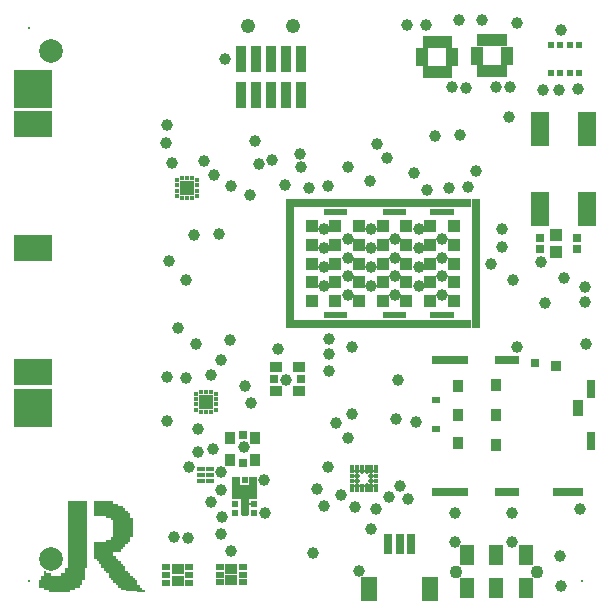
<source format=gbr>
%TF.GenerationSoftware,Altium Limited,Altium Designer,20.1.11 (218)*%
G04 Layer_Color=8388736*
%FSLAX45Y45*%
%MOMM*%
%TF.SameCoordinates,C7425212-4277-447C-8971-9BA6FDDE4791*%
%TF.FilePolarity,Negative*%
%TF.FileFunction,Soldermask,Top*%
%TF.Part,Single*%
G01*
G75*
%TA.AperFunction,SMDPad,CuDef*%
%ADD50C,2.00000*%
%ADD101R,0.75320X0.80320*%
%TA.AperFunction,WasherPad*%
%ADD104C,0.10040*%
%ADD105C,0.20320*%
%TA.AperFunction,ComponentPad*%
%ADD106C,1.10320*%
%ADD107C,1.22320*%
%TA.AperFunction,ViaPad*%
%ADD108C,1.00320*%
%ADD109C,0.50320*%
%ADD110C,0.50400*%
%ADD111C,0.70320*%
%TA.AperFunction,NonConductor*%
%ADD144R,0.65004X1.88803*%
%ADD145R,0.47503X0.23002*%
%ADD146R,0.73005X2.58003*%
%ADD147R,0.64999X1.88803*%
%ADD148R,1.20000X1.23800*%
%TA.AperFunction,BGAPad,CuDef*%
%ADD149R,0.55320X0.55320*%
%ADD150R,1.00320X1.00320*%
%TA.AperFunction,SMDPad,CuDef*%
%ADD151R,0.50320X0.74320*%
%ADD152R,0.74320X0.74320*%
%ADD153R,0.74320X0.50320*%
%TA.AperFunction,BGAPad,CuDef*%
%ADD154R,0.50320X0.50320*%
%TA.AperFunction,SMDPad,CuDef*%
%ADD155R,3.10320X0.65320*%
%ADD156R,2.10320X0.65320*%
%ADD157R,2.60320X0.65320*%
%ADD158R,0.85320X1.40320*%
%ADD159R,0.70320X1.60320*%
%ADD160R,0.90320X0.95320*%
%ADD161R,0.80320X0.80320*%
%ADD162R,0.80320X0.50320*%
%ADD163R,0.90320X1.10320*%
%TA.AperFunction,BGAPad,CuDef*%
%ADD164C,0.41320*%
%TA.AperFunction,SMDPad,CuDef*%
%ADD165R,1.40320X2.00320*%
%ADD166R,0.80320X1.75320*%
%ADD167R,0.78320X0.70320*%
%ADD168R,1.00320X0.95320*%
%TA.AperFunction,ConnectorPad*%
%ADD169R,1.20320X1.80320*%
%TA.AperFunction,SMDPad,CuDef*%
%ADD170R,1.60320X2.95320*%
%ADD171R,1.59320X2.95320*%
%ADD172R,1.00320X1.00320*%
%ADD173R,1.00320X0.50320*%
%ADD174R,0.50320X1.12820*%
%ADD175R,0.72820X0.45320*%
%ADD176R,0.70320X0.78320*%
%ADD177R,0.95320X1.00320*%
%ADD178R,1.20320X1.20320*%
%ADD179R,0.45320X0.43320*%
%ADD180R,0.43320X0.45320*%
%ADD181R,3.20320X3.20320*%
%ADD182R,3.20320X2.20320*%
%TA.AperFunction,BGAPad,CuDef*%
%ADD183R,0.60320X0.60320*%
%TA.AperFunction,SMDPad,CuDef*%
%ADD184R,0.75320X0.62320*%
%ADD185R,1.12320X0.91320*%
%TA.AperFunction,ConnectorPad*%
%ADD186R,0.96320X2.23320*%
G36*
X652560Y817360D02*
Y797040D01*
Y776720D01*
Y756400D01*
Y736080D01*
Y715760D01*
Y695440D01*
Y675120D01*
Y654800D01*
Y634480D01*
Y614160D01*
Y593840D01*
Y573520D01*
Y553200D01*
Y532880D01*
Y512560D01*
Y492240D01*
Y471920D01*
Y451600D01*
Y431280D01*
Y410960D01*
Y390640D01*
Y370320D01*
Y350000D01*
Y329680D01*
Y309360D01*
Y289040D01*
Y268720D01*
X632240D01*
Y248400D01*
Y228080D01*
Y207760D01*
Y187440D01*
Y167120D01*
X611920D01*
Y146800D01*
Y126480D01*
X591600D01*
Y106160D01*
X550960D01*
Y85840D01*
X510320D01*
Y65520D01*
X327440D01*
Y85840D01*
X286800D01*
Y106160D01*
X246160D01*
Y126480D01*
Y146800D01*
Y167120D01*
X266480D01*
Y187440D01*
Y207760D01*
X286800D01*
Y228080D01*
Y248400D01*
X307120D01*
Y228080D01*
X347760D01*
Y207760D01*
X429040D01*
Y228080D01*
X469680D01*
Y248400D01*
Y268720D01*
X490000D01*
Y289040D01*
Y309360D01*
Y329680D01*
Y350000D01*
Y370320D01*
Y390640D01*
Y410960D01*
Y431280D01*
Y451600D01*
Y471920D01*
Y492240D01*
Y512560D01*
Y532880D01*
Y553200D01*
Y573520D01*
Y593840D01*
Y614160D01*
Y634480D01*
Y654800D01*
Y675120D01*
Y695440D01*
Y715760D01*
Y736080D01*
Y756400D01*
Y776720D01*
Y797040D01*
Y817360D01*
Y837680D01*
X652560D01*
Y817360D01*
D02*
G37*
G36*
X876080D02*
X916720D01*
Y797040D01*
X957360D01*
Y776720D01*
X977680D01*
Y756400D01*
X998000D01*
Y736080D01*
X1018320D01*
Y715760D01*
Y695440D01*
X1038640D01*
Y675120D01*
Y654800D01*
Y634480D01*
Y614160D01*
Y593840D01*
Y573520D01*
Y553200D01*
Y532880D01*
X1018320D01*
Y512560D01*
Y492240D01*
X998000D01*
Y471920D01*
X977680D01*
Y451600D01*
X957360D01*
Y431280D01*
X937040D01*
Y410960D01*
X876080D01*
Y390640D01*
Y370320D01*
X896400D01*
Y350000D01*
X916720D01*
Y329680D01*
X937040D01*
Y309360D01*
X957360D01*
Y289040D01*
X977680D01*
Y268720D01*
Y248400D01*
X998000D01*
Y228080D01*
X1018320D01*
Y207760D01*
X1038640D01*
Y187440D01*
X1058960D01*
Y167120D01*
X1079280D01*
Y146800D01*
Y126480D01*
X1099600D01*
Y106160D01*
X1119920D01*
Y85840D01*
X1140240D01*
Y65520D01*
X1119920D01*
X937040Y85840D01*
Y106160D01*
X916720D01*
Y126480D01*
X896400D01*
Y146800D01*
X876080D01*
Y167120D01*
X855760D01*
Y187440D01*
X835440D01*
Y207760D01*
Y228080D01*
X815120D01*
Y248400D01*
X794800D01*
Y268720D01*
X774480D01*
Y289040D01*
Y309360D01*
X754160D01*
Y329680D01*
X733840D01*
Y350000D01*
X713520D01*
Y370320D01*
Y390640D01*
Y410960D01*
Y431280D01*
Y451600D01*
Y471920D01*
Y492240D01*
X815120D01*
Y512560D01*
X855760D01*
Y532880D01*
X876080D01*
Y553200D01*
Y573520D01*
Y593840D01*
Y614160D01*
Y634480D01*
Y654800D01*
Y675120D01*
X855760D01*
Y695440D01*
X815120D01*
Y715760D01*
X713520D01*
Y736080D01*
Y756400D01*
Y776720D01*
Y797040D01*
Y817360D01*
Y837680D01*
X876080D01*
Y817360D01*
D02*
G37*
D50*
X350000Y350000D02*
D03*
Y4650000D02*
D03*
D101*
X4800003Y2970000D02*
D03*
Y3070000D02*
D03*
X4490000Y2969999D02*
D03*
Y3069999D02*
D03*
D104*
X4840000Y4840000D02*
D03*
D105*
X160000Y160000D02*
D03*
Y4840000D02*
D03*
X4840000Y160000D02*
D03*
D106*
X3780000Y240002D02*
D03*
X4459999D02*
D03*
D107*
X2020000Y4860000D02*
D03*
X2401000D02*
D03*
D108*
X2800000Y890000D02*
D03*
X3100000Y770000D02*
D03*
X2690000Y1130000D02*
D03*
X2860000Y1370000D02*
D03*
X2160000Y740000D02*
D03*
X1699782Y830217D02*
D03*
X2155796Y1015796D02*
D03*
X1800000Y700000D02*
D03*
X2660006Y2980006D02*
D03*
X3950000Y3629600D02*
D03*
X4260000Y2710000D02*
D03*
X2530000Y3488800D02*
D03*
X4169992Y3141369D02*
D03*
X3880000Y3499600D02*
D03*
X2660006Y2820006D02*
D03*
X3050000Y3550000D02*
D03*
X3110394Y3860393D02*
D03*
X4169992Y2990000D02*
D03*
X2860000Y3670000D02*
D03*
X3720000Y3490000D02*
D03*
X4290000Y4890000D02*
D03*
X3420000Y3620000D02*
D03*
X3190000Y3740400D02*
D03*
X3530000Y3470000D02*
D03*
X2464600Y3665000D02*
D03*
X4230000Y4090000D02*
D03*
X3600001Y3929998D02*
D03*
X3810000Y3940031D02*
D03*
X2330000Y3515000D02*
D03*
X2690220Y3509780D02*
D03*
X2219996Y3729993D02*
D03*
X4070000Y2848740D02*
D03*
X2075000Y3885000D02*
D03*
X4290000Y2140000D02*
D03*
X4830000Y770000D02*
D03*
X4869600Y2520000D02*
D03*
X4689937Y2730000D02*
D03*
X3440400Y1505220D02*
D03*
X4869600Y2649998D02*
D03*
X4530000Y2514969D02*
D03*
X2920000Y790000D02*
D03*
X3210400Y870000D02*
D03*
X4670000Y4830000D02*
D03*
X1791091Y1081863D02*
D03*
X2460000Y3780000D02*
D03*
X2959994Y250000D02*
D03*
X2760000Y1500000D02*
D03*
X2600000Y939998D02*
D03*
X2660000Y800000D02*
D03*
X3060000Y600000D02*
D03*
X1990400Y1810000D02*
D03*
X2040400Y1670400D02*
D03*
X1870000Y3510000D02*
D03*
X1640000Y3719200D02*
D03*
X3660007Y3060007D02*
D03*
Y2900006D02*
D03*
Y2740006D02*
D03*
Y2580006D02*
D03*
X3460007Y3140007D02*
D03*
Y2980006D02*
D03*
Y2820006D02*
D03*
Y2660006D02*
D03*
X3260007Y3060007D02*
D03*
Y2900006D02*
D03*
Y2740006D02*
D03*
Y2580006D02*
D03*
X3060007Y3140007D02*
D03*
Y2980006D02*
D03*
Y2820006D02*
D03*
Y2660006D02*
D03*
X2860006Y3060007D02*
D03*
Y2900006D02*
D03*
Y2740006D02*
D03*
Y2580006D02*
D03*
X2660006Y3140007D02*
D03*
Y2660006D02*
D03*
X2340006Y1860005D02*
D03*
X1980005Y1300005D02*
D03*
X1790000Y930000D02*
D03*
X4810000Y4330000D02*
D03*
X3360000Y4870000D02*
D03*
X4000000Y4910000D02*
D03*
X3800439Y4909600D02*
D03*
X4495800Y2860000D02*
D03*
X4510000Y4320000D02*
D03*
X4234200Y4345769D02*
D03*
X4880000Y2170000D02*
D03*
X3290000Y1860000D02*
D03*
X2570000Y400000D02*
D03*
X4250000Y740000D02*
D03*
X2900000Y2140000D02*
D03*
X2270000Y2130000D02*
D03*
X3770000Y490000D02*
D03*
X4670000Y120000D02*
D03*
X3300000Y970000D02*
D03*
X3370000Y860000D02*
D03*
X1520267Y1130330D02*
D03*
X1389780Y530220D02*
D03*
X1330000Y1520000D02*
D03*
Y1890000D02*
D03*
X1820000Y4580000D02*
D03*
X4114780Y4345220D02*
D03*
X3741978Y4347583D02*
D03*
X3860000Y4340000D02*
D03*
X3270000Y1530000D02*
D03*
X2900000Y1580000D02*
D03*
X3770000Y740000D02*
D03*
X4660000Y370000D02*
D03*
X2700000Y2080000D02*
D03*
Y1940000D02*
D03*
Y2210000D02*
D03*
X4250000Y490000D02*
D03*
X4650000Y4320000D02*
D03*
X3524268Y4869600D02*
D03*
X1720000Y1280000D02*
D03*
X1770000Y3100000D02*
D03*
X1559600Y3089600D02*
D03*
X2110001Y3690000D02*
D03*
X2030000Y3430000D02*
D03*
X1705000Y1905000D02*
D03*
X1730000Y3600000D02*
D03*
X1330000Y4020000D02*
D03*
X1589606Y1450000D02*
D03*
X1860400Y2200000D02*
D03*
X1790000Y2029600D02*
D03*
X1420399Y2300000D02*
D03*
X1349600Y2870000D02*
D03*
X1870000Y420000D02*
D03*
X1790000Y560000D02*
D03*
X1510000Y530000D02*
D03*
X1590000Y1250000D02*
D03*
X1580000Y2170000D02*
D03*
X1370000Y3700000D02*
D03*
X1320000Y3870000D02*
D03*
X1490400Y2710000D02*
D03*
X1490000Y1880000D02*
D03*
D109*
X2940003Y1090002D02*
D03*
Y1010002D02*
D03*
X2940000Y1050000D02*
D03*
X2980000Y1090000D02*
D03*
X3060002Y1090002D02*
D03*
X3060000Y1010000D02*
D03*
X3020000Y970000D02*
D03*
X3060000D02*
D03*
Y1050000D02*
D03*
X3020000Y1090000D02*
D03*
D110*
X2940000Y970000D02*
D03*
D111*
X1660006Y1679993D02*
D03*
X1500000Y3490000D02*
D03*
D144*
X1918495Y945430D02*
D03*
D145*
X2041253Y810035D02*
D03*
D146*
X1987553Y845819D02*
D03*
D147*
X2056493Y945428D02*
D03*
D148*
X1987507Y912989D02*
D03*
D149*
X1910000Y740800D02*
D03*
Y810000D02*
D03*
Y948399D02*
D03*
Y879200D02*
D03*
Y1015796D02*
D03*
X2064996D02*
D03*
Y879200D02*
D03*
Y948399D02*
D03*
Y810000D02*
D03*
Y740800D02*
D03*
X1987500Y1015796D02*
D03*
Y740800D02*
D03*
D150*
X3757003Y2529996D02*
D03*
Y2689996D02*
D03*
Y3010000D02*
D03*
Y2850001D02*
D03*
Y3170000D02*
D03*
X3557003D02*
D03*
Y2850001D02*
D03*
Y3010000D02*
D03*
Y2689996D02*
D03*
Y2529996D02*
D03*
X3357003D02*
D03*
Y2689996D02*
D03*
Y3010000D02*
D03*
Y2850001D02*
D03*
Y3170000D02*
D03*
X2957004Y2529996D02*
D03*
Y2689996D02*
D03*
Y3010000D02*
D03*
Y2850001D02*
D03*
Y3170000D02*
D03*
X3157004Y2529996D02*
D03*
Y2689996D02*
D03*
Y3010000D02*
D03*
Y2850001D02*
D03*
Y3170000D02*
D03*
X2757005Y2529996D02*
D03*
Y2689996D02*
D03*
Y3010000D02*
D03*
Y2850001D02*
D03*
Y3170000D02*
D03*
X2557000Y2689996D02*
D03*
Y3010000D02*
D03*
Y2850001D02*
D03*
Y3170000D02*
D03*
Y2529996D02*
D03*
D151*
X3882001Y2337998D02*
D03*
X3832004D02*
D03*
X3782001D02*
D03*
X3732004D02*
D03*
X3682002D02*
D03*
X3632004D02*
D03*
X3582002D02*
D03*
X3532004D02*
D03*
X3482002D02*
D03*
X3432005D02*
D03*
X3382002D02*
D03*
X3332005D02*
D03*
X3282002D02*
D03*
X3232005D02*
D03*
X3182003D02*
D03*
X3132000D02*
D03*
X3082003D02*
D03*
X3032000D02*
D03*
X2982003D02*
D03*
X2932000D02*
D03*
X2882003D02*
D03*
X2832001D02*
D03*
X2782003D02*
D03*
X2732001D02*
D03*
X2682004D02*
D03*
X2632001D02*
D03*
X2582004D02*
D03*
X2532001D02*
D03*
X2482004D02*
D03*
X2432001D02*
D03*
X2482004Y3361999D02*
D03*
X2532006D02*
D03*
X2582004D02*
D03*
X2632006D02*
D03*
X2682004D02*
D03*
X2732006D02*
D03*
X2782003D02*
D03*
X2832006D02*
D03*
X2882003D02*
D03*
X2932006D02*
D03*
X2982003D02*
D03*
X3032005D02*
D03*
X3082003D02*
D03*
X3132005D02*
D03*
X3182003D02*
D03*
X3232005D02*
D03*
X3282007D02*
D03*
X3332005D02*
D03*
X3382007D02*
D03*
X3432005D02*
D03*
X3482007D02*
D03*
X3532004D02*
D03*
X3582007D02*
D03*
X3632004D02*
D03*
X3682007D02*
D03*
X3732004D02*
D03*
X3782006D02*
D03*
X3832004D02*
D03*
X3882006D02*
D03*
X2432007D02*
D03*
D152*
X3944003Y2337998D02*
D03*
X2370000D02*
D03*
X3944003Y3361999D02*
D03*
X2370000D02*
D03*
D153*
Y2399999D02*
D03*
Y2449996D02*
D03*
Y2499999D02*
D03*
Y2549996D02*
D03*
Y2599999D02*
D03*
Y2649996D02*
D03*
Y2699998D02*
D03*
Y2749996D02*
D03*
Y2799998D02*
D03*
Y2850001D02*
D03*
Y2899998D02*
D03*
Y3000003D02*
D03*
Y3050000D02*
D03*
Y3100003D02*
D03*
Y3150000D02*
D03*
Y3200002D02*
D03*
Y3250000D02*
D03*
Y3300002D02*
D03*
X3944003Y3249995D02*
D03*
Y3199997D02*
D03*
Y3149995D02*
D03*
Y3099998D02*
D03*
Y3049995D02*
D03*
Y2999998D02*
D03*
Y2949995D02*
D03*
Y2899998D02*
D03*
Y2849996D02*
D03*
Y2799998D02*
D03*
Y2749996D02*
D03*
Y2699993D02*
D03*
Y2649996D02*
D03*
Y2599994D02*
D03*
Y2549996D02*
D03*
Y2499994D02*
D03*
Y2449996D02*
D03*
Y2399994D02*
D03*
X2370000Y2950000D02*
D03*
X3944003Y3299997D02*
D03*
D154*
X3732004Y2415000D02*
D03*
X3632004D02*
D03*
X3682002D02*
D03*
X3582002D02*
D03*
X3182003D02*
D03*
X3282002D02*
D03*
X3232000D02*
D03*
X3332005D02*
D03*
X2832001D02*
D03*
X2682004D02*
D03*
X2782003D02*
D03*
X2732001D02*
D03*
X3732004Y3284996D02*
D03*
X3632004D02*
D03*
X3682002D02*
D03*
X3582002D02*
D03*
X3182003D02*
D03*
X3282002D02*
D03*
X3232000D02*
D03*
X3332005D02*
D03*
X2832001D02*
D03*
X2682004D02*
D03*
X2782003D02*
D03*
X2732001D02*
D03*
D155*
X3724997Y912502D02*
D03*
Y2030000D02*
D03*
D156*
X4210000Y912502D02*
D03*
Y2030000D02*
D03*
D157*
X4725000Y912502D02*
D03*
D158*
X4812498Y1625500D02*
D03*
D159*
X4919996Y1350499D02*
D03*
Y1790503D02*
D03*
D160*
X4625000Y1980003D02*
D03*
D161*
X4445001Y2007501D02*
D03*
D162*
X3610001Y1448503D02*
D03*
Y1692500D02*
D03*
D163*
X3795000Y1326501D02*
D03*
Y1570499D02*
D03*
Y1814501D02*
D03*
X4111997Y1316499D02*
D03*
Y1570499D02*
D03*
Y1824499D02*
D03*
D164*
X3100002Y930002D02*
D03*
X3060002D02*
D03*
X3020002D02*
D03*
X2980002D02*
D03*
X2940003D02*
D03*
X2900003D02*
D03*
X3100002Y970002D02*
D03*
X3060002D02*
D03*
X3020002D02*
D03*
X2980002D02*
D03*
X2940003D02*
D03*
X2900003D02*
D03*
X3100002Y1010002D02*
D03*
X3060002D02*
D03*
X2940003D02*
D03*
X2900003D02*
D03*
X3100002Y1050002D02*
D03*
X3060002D02*
D03*
X2940003D02*
D03*
X2900003D02*
D03*
X3100002Y1090002D02*
D03*
X3060002D02*
D03*
X3020002D02*
D03*
X2980002D02*
D03*
X2940003D02*
D03*
X2900003D02*
D03*
X3100002Y1130002D02*
D03*
X3060002D02*
D03*
X3020002D02*
D03*
X2980002D02*
D03*
X2940003D02*
D03*
X2900003D02*
D03*
D165*
X3560004Y90000D02*
D03*
X3040000D02*
D03*
D166*
X3299999Y477497D02*
D03*
X3200000D02*
D03*
X3399999D02*
D03*
D167*
X2465998Y1869998D02*
D03*
X2234000D02*
D03*
D168*
X2445002Y1767499D02*
D03*
Y1972502D02*
D03*
X2255000D02*
D03*
Y1767499D02*
D03*
D169*
X4370002Y380002D02*
D03*
X3869998D02*
D03*
X4120000D02*
D03*
Y100002D02*
D03*
X3869998D02*
D03*
X4370002D02*
D03*
D170*
X4890002Y3987502D02*
D03*
X4490002D02*
D03*
X4890002Y3312502D02*
D03*
D171*
X4490002D02*
D03*
D172*
X4619998Y2945002D02*
D03*
Y3094999D02*
D03*
D173*
X3747502Y4649998D02*
D03*
Y4600001D02*
D03*
Y4549998D02*
D03*
X3492501D02*
D03*
Y4600001D02*
D03*
Y4649998D02*
D03*
X3952502Y4659998D02*
D03*
Y4610001D02*
D03*
Y4559998D02*
D03*
X4207498D02*
D03*
Y4610001D02*
D03*
Y4659998D02*
D03*
D174*
X3719999Y4471248D02*
D03*
X3670001D02*
D03*
X3619999D02*
D03*
X3570001D02*
D03*
X3519999D02*
D03*
Y4728748D02*
D03*
X3570001D02*
D03*
X3619999D02*
D03*
X3670001D02*
D03*
X3719999D02*
D03*
X4180000Y4738748D02*
D03*
X4130002D02*
D03*
X4080000D02*
D03*
X4030002D02*
D03*
X3980000D02*
D03*
Y4481248D02*
D03*
X4030002D02*
D03*
X4080000D02*
D03*
X4130002D02*
D03*
X4180000D02*
D03*
D175*
X1692502Y1010000D02*
D03*
Y1060002D02*
D03*
Y1110000D02*
D03*
X1620000Y1010000D02*
D03*
Y1060002D02*
D03*
Y1110000D02*
D03*
D176*
X1970002Y1396002D02*
D03*
Y1163998D02*
D03*
D177*
X2072501Y1375001D02*
D03*
X1867498D02*
D03*
Y1184999D02*
D03*
X2072501D02*
D03*
D178*
X1500000Y3490000D02*
D03*
X1660006Y1679993D02*
D03*
D179*
X1460000Y3574501D02*
D03*
X1500000D02*
D03*
X1540000D02*
D03*
Y3405499D02*
D03*
X1500000D02*
D03*
X1460000D02*
D03*
X1620006Y1764494D02*
D03*
X1660006D02*
D03*
X1700006D02*
D03*
Y1595493D02*
D03*
X1660006D02*
D03*
X1620006D02*
D03*
D180*
X1584501Y3557503D02*
D03*
Y3512499D02*
D03*
Y3467501D02*
D03*
Y3422502D02*
D03*
X1415499D02*
D03*
Y3467501D02*
D03*
Y3512499D02*
D03*
Y3557503D02*
D03*
X1744507Y1747491D02*
D03*
Y1702493D02*
D03*
Y1657494D02*
D03*
Y1612490D02*
D03*
X1575510D02*
D03*
Y1657494D02*
D03*
Y1702493D02*
D03*
Y1747491D02*
D03*
D181*
X199999Y1630002D02*
D03*
Y4330002D02*
D03*
D182*
Y4030002D02*
D03*
Y1930001D02*
D03*
Y2980002D02*
D03*
D183*
X4820000Y4699998D02*
D03*
X4740000D02*
D03*
X4660001D02*
D03*
X4580001D02*
D03*
Y4459999D02*
D03*
X4660001D02*
D03*
X4740000D02*
D03*
X4820000D02*
D03*
D184*
X1325502Y277501D02*
D03*
Y212502D02*
D03*
Y147498D02*
D03*
X1514498D02*
D03*
Y212502D02*
D03*
Y277501D02*
D03*
X1780999Y279997D02*
D03*
Y214999D02*
D03*
Y150000D02*
D03*
X1970000D02*
D03*
Y214999D02*
D03*
Y279997D02*
D03*
D185*
X1420000Y260000D02*
D03*
Y164999D02*
D03*
X1875497Y262497D02*
D03*
Y167501D02*
D03*
D186*
X1956500Y4580498D02*
D03*
X2210500D02*
D03*
X2337500D02*
D03*
X2464500D02*
D03*
X1956500Y4275500D02*
D03*
X2083500D02*
D03*
X2210500D02*
D03*
X2337500D02*
D03*
X2464500D02*
D03*
X2083500Y4580498D02*
D03*
%TF.MD5,bacc3cf6c90f3b57364656e19c74fc91*%
M02*

</source>
